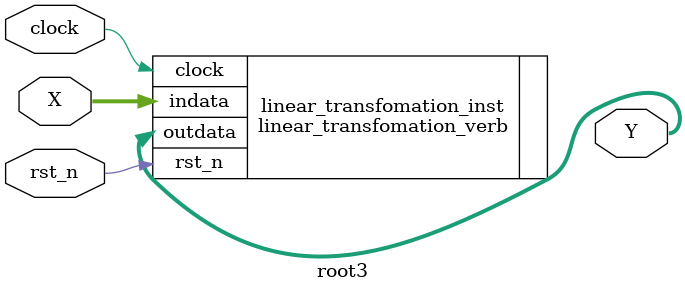
<source format=v>
/****************************************
______________                ______________
______________ \  /\  /|\  /| ______________
______________  \/  \/ | \/ | ______________
--Module Name:  root3.v
--Project Name: rgb-lab
--Data modified: 2015-10-09 13:23:48 +0800
--author:Young-ÎâÃ÷
--E-mail: wmy367@Gmail.com
****************************************/
`timescale 1ns/1ps
module root3 #(
	parameter	DSIZE	= 16
)(
	input				clock	,
	input				rst_n	,
	input [DSIZE-1:0]	X		,
	output[DSIZE-1:0]	Y
);


localparam		DT_I	= 2,
				DT_D	= 16;

localparam	[DSIZE-1:0]	
				C00		=  0			* 2**DSIZE ,
				C01     =  0.00856   	* 2**DSIZE ,
				C02     =  0.017092  	* 2**DSIZE ,
				C03     =  0.0299702  	* 2**DSIZE ,
				C04     =  0.0480893 	* 2**DSIZE ,
				C05     =  0.0723442  	* 2**DSIZE ,
				C06     =  0.10363  	* 2**DSIZE ,
				C07     =  0.14284  	* 2**DSIZE ,
				C08     =  0.19087  	* 2**DSIZE ,
				C09     =  0.248616  	* 2**DSIZE ,
				C10     =  0.31697  	* 2**DSIZE ,
				C11     =  0.396829 	* 2**DSIZE ,
				C12     =  0.489086  	* 2**DSIZE ,
				C13     =  0.594637 	* 2**DSIZE ,
				C14     =  0.714377 	* 2**DSIZE ,
				C15     =  0.8492 		* 2**DSIZE ,
				C16     =  1.0 			* 2**DSIZE -1;


localparam[DSIZE-1:0]	M00		= 0		     * 2**DSIZE;
localparam[DSIZE-1:0]	M01		= 0.204562   * 2**DSIZE;
localparam[DSIZE-1:0]	M02		= 0.257591   * 2**DSIZE;
localparam[DSIZE-1:0]	M03		= 0.310620   * 2**DSIZE;
localparam[DSIZE-1:0]	M04		= 0.363649   * 2**DSIZE;
localparam[DSIZE-1:0]	M05		= 0.416679   * 2**DSIZE;
localparam[DSIZE-1:0]	M06		= 0.469708   * 2**DSIZE;
localparam[DSIZE-1:0]	M07		= 0.522737   * 2**DSIZE;
localparam[DSIZE-1:0]	M08		= 0.575766   * 2**DSIZE;
localparam[DSIZE-1:0]	M09		= 0.628796   * 2**DSIZE;
localparam[DSIZE-1:0]	M10		= 0.681825   * 2**DSIZE;
localparam[DSIZE-1:0]	M11		= 0.734854   * 2**DSIZE;
localparam[DSIZE-1:0]	M12		= 0.787883   * 2**DSIZE;
localparam[DSIZE-1:0]	M13		= 0.840912   * 2**DSIZE;
localparam[DSIZE-1:0]	M14		= 0.893942   * 2**DSIZE;
localparam[DSIZE-1:0]	M15		= 0.946971   * 2**DSIZE;
localparam[DSIZE-1:0]	M16		=      1.0   * 2**DSIZE-1;

linear_transfomation_verb #(
	.DSIZE				(DSIZE		),
	.DT_I				(DT_I	    ),  
	.DT_D				(DT_D	    ),
	.M00				(M00    	),
	.M01         		(M01    	),
	.M02         		(M02    	),
	.M03         		(M03    	),
	.M04         		(M04    	),
	.M05         		(M05    	),
	.M06         		(M06    	),
	.M07         		(M07    	),
	.M08         		(M08    	),
	.M09         		(M09    	),
	.M10         		(M10    	),
	.M11         		(M11    	),
	.M12         		(M12    	),
	.M13         		(M13    	),
	.M14         		(M14    	),
	.M15         		(M15    	),
	.M16				(M16		),
	.C00				(C00		),	
	.C01                (C01        ),
	.C02                (C02        ),
	.C03                (C03        ),
	.C04                (C04        ),
	.C05                (C05        ),
	.C06                (C06        ),
	.C07                (C07        ),
	.C08                (C08        ),
	.C09                (C09        ),
	.C10                (C10        ),
	.C11                (C11        ),
	.C12                (C12        ),
	.C13                (C13        ),
	.C14                (C14        ),
	.C15                (C15        ),
	.C16                (C16		)
)linear_transfomation_inst(
	.clock 				(clock		),	
	.rst_n     			(rst_n      ),
	.indata   			(X		    ),
	.outdata            (Y		    )
);


endmodule



</source>
